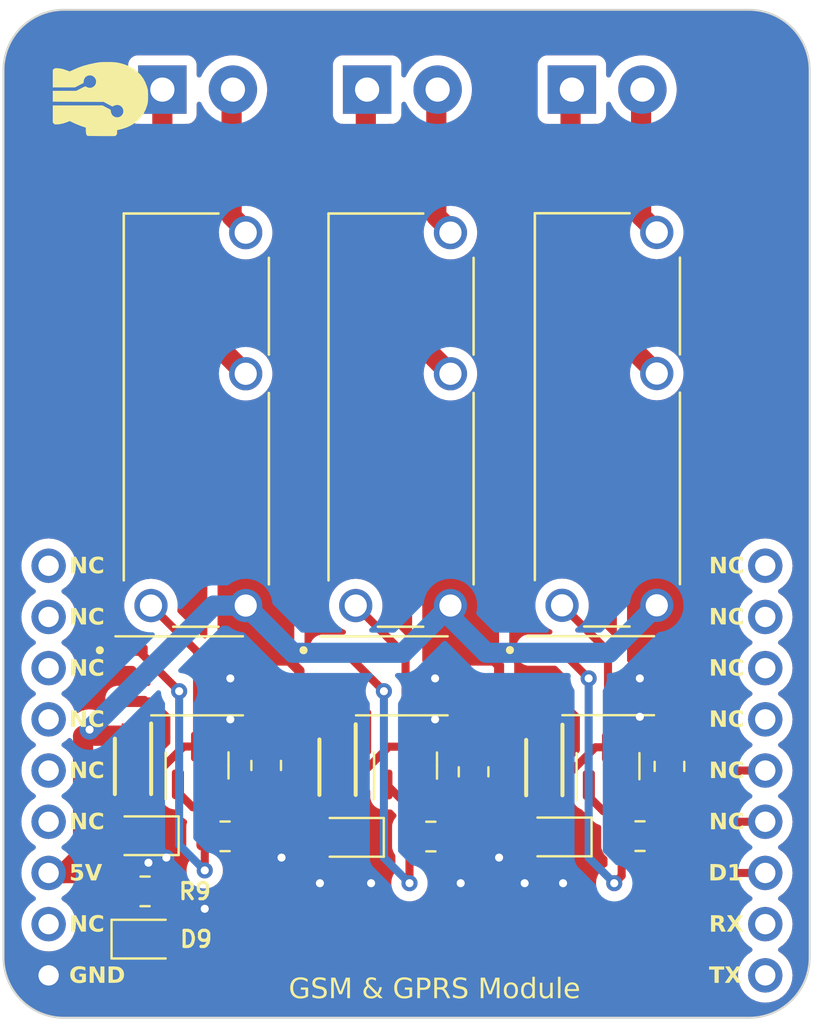
<source format=kicad_pcb>
(kicad_pcb (version 20221018) (generator pcbnew)
  (layers (0 "F.Cu" signal) (31 "B.Cu" signal) (34 "B.Paste" user) (35 "F.Paste" user) (36 "B.SilkS" user "B.Silkscreen") (37 "F.SilkS" user "F.Silkscreen") (38 "B.Mask" user) (39 "F.Mask" user) (44 "Edge.Cuts" user))
  (net 0 "")
  (net 1 "GND")
  (net 2 "Net-(D1-A)")
  (net 3 "Net-(D2-A)")
  (net 4 "Net-(D3-A)")
  (net 5 "+5V")
  (net 6 "Net-(D5-A)")
  (net 7 "Net-(D6-A)")
  (net 8 "Net-(D7-A)")
  (net 9 "Net-(D9-A)")
  (net 10 "Net-(J1-Pin_1)")
  (net 11 "Net-(J1-Pin_2)")
  (net 12 "Net-(J2-Pin_1)")
  (net 13 "Net-(J2-Pin_2)")
  (net 14 "Net-(J3-Pin_1)")
  (net 15 "Net-(J3-Pin_2)")
  (net 16 "Net-(Q1-B)")
  (net 17 "Net-(Q2-B)")
  (net 18 "Net-(Q3-B)")
  (net 19 "R1")
  (net 20 "Net-(R1-Pad2)")
  (net 21 "R2")
  (net 22 "Net-(R2-Pad2)")
  (net 23 "R3")
  (net 24 "Net-(R3-Pad2)")
  (net 25 "R4")
  (net 26 "Net-(R5-Pad1)")
  (net 27 "Net-(R6-Pad1)")
  (net 28 "Net-(R7-Pad1)")
  (footprint "Package_SO:SOIC-4_4.55x3.7mm_P2.54mm" (layer "F.Cu") (at 101.3 98.29)
    (fp_text reference "U3" hide)
    (fp_text value "TLP185" hide)
    (fp_line (start 0 -1.96) (end -4.05 -1.96) (stroke (width 0.12)) (layer "F.SilkS"))
    (fp_line (start 0 -1.96) (end 2.275 -1.96) (stroke (width 0.12)) (layer "F.SilkS"))
    (fp_line (start 0 1.96) (end -2.275 1.96) (stroke (width 0.12)) (layer "F.SilkS"))
    (fp_line (start 0 1.96) (end 2.275 1.96) (stroke (width 0.12)) (layer "F.SilkS"))
    (fp_circle (center -4.8768 -1.27) (end -4.7768 -1.27) (stroke (width 0.2)) (fill none) (layer "F.SilkS"))
    (pad "1" smd roundrect (at -3.25 -1.27) (size 1.6 0.55) (layers "F.Cu" "F.Paste" "F.Mask") (net 24 "Net-(R3-Pad2)"))
    (pad "3" smd roundrect (at -3.25 1.27) (size 1.6 0.55) (layers "F.Cu" "F.Paste" "F.Mask") (net 4 "Net-(D3-A)"))
    (pad "4" smd roundrect (at 3.25 1.27) (size 1.6 0.55) (layers "F.Cu" "F.Paste" "F.Mask") (net 28 "Net-(R7-Pad1)"))
    (pad "6" smd roundrect (at 3.25 -1.27) (size 1.6 0.55) (layers "F.Cu" "F.Paste" "F.Mask") (net 5 "+5V"))
  )
  (footprint "TerminalBlock_4Ucon:TerminalBlock_4Ucon_1x02_P3.50mm_Horizontal" (layer "F.Cu") (at 99.497 69.215)
    (fp_text reference "J3" hide)
    (fp_text value "Screw_Terminal_01x02" hide)
    (pad "1" thru_hole rect (at 0 0) (size 2.4 2.4) (drill 1.2) (layers "*.Cu" "*.Mask") (net 14 "Net-(J3-Pin_1)"))
    (pad "2" thru_hole circle (at 3.5 0) (size 2.4 2.4) (drill 1.2) (layers "*.Cu" "*.Mask") (net 15 "Net-(J3-Pin_2)"))
  )
  (footprint "Package_TO_SOT_SMD:SOT-23" (layer "F.Cu") (at 101.29 102.78 90)
    (fp_text reference "Q3" hide)
    (fp_text value "BC817" hide)
    (fp_line (start 0 -1.56) (end -1.675 -1.56) (stroke (width 0.12)) (layer "F.SilkS"))
    (fp_line (start 0 -1.56) (end 0.65 -1.56) (stroke (width 0.12)) (layer "F.SilkS"))
    (fp_line (start 0 1.56) (end -0.65 1.56) (stroke (width 0.12)) (layer "F.SilkS"))
    (fp_line (start 0 1.56) (end 0.65 1.56) (stroke (width 0.12)) (layer "F.SilkS"))
    (pad "1" smd roundrect (at -0.9375 -0.95 90) (size 1.475 0.6) (layers "F.Cu" "F.Paste" "F.Mask") (net 18 "Net-(Q3-B)"))
    (pad "2" smd roundrect (at -0.9375 0.95 90) (size 1.475 0.6) (layers "F.Cu" "F.Paste" "F.Mask") (net 1 "GND"))
    (pad "3" smd roundrect (at 0.9375 0 90) (size 1.475 0.6) (layers "F.Cu" "F.Paste" "F.Mask") (net 8 "Net-(D7-A)"))
  )
  (footprint "Package_TO_SOT_SMD:SOT-23" (layer "F.Cu") (at 80.899 102.743 90)
    (fp_text reference "Q1" hide)
    (fp_text value "BC817" hide)
    (fp_line (start 0 -1.56) (end -1.675 -1.56) (stroke (width 0.12)) (layer "F.SilkS"))
    (fp_line (start 0 -1.56) (end 0.65 -1.56) (stroke (width 0.12)) (layer "F.SilkS"))
    (fp_line (start 0 1.56) (end -0.65 1.56) (stroke (width 0.12)) (layer "F.SilkS"))
    (fp_line (start 0 1.56) (end 0.65 1.56) (stroke (width 0.12)) (layer "F.SilkS"))
    (pad "1" smd roundrect (at -0.9375 -0.95 90) (size 1.475 0.6) (layers "F.Cu" "F.Paste" "F.Mask") (net 16 "Net-(Q1-B)"))
    (pad "2" smd roundrect (at -0.9375 0.95 90) (size 1.475 0.6) (layers "F.Cu" "F.Paste" "F.Mask") (net 1 "GND"))
    (pad "3" smd roundrect (at 0.9375 0 90) (size 1.475 0.6) (layers "F.Cu" "F.Paste" "F.Mask") (net 7 "Net-(D6-A)"))
  )
  (footprint "air_module:air__module" (layer "F.Cu") (at 92.493246 109.317478)
    (fp_text reference "U4" hide)
    (fp_text value "~")
    (fp_text user "NC" (at -17.944246 1.807522 unlocked) (layer "F.SilkS") (effects (font (size 0.8 0.8) (thickness 0.2) bold) (justify left bottom)))
    (fp_text user "RX" (at 13.805754 1.807522 unlocked) (layer "F.SilkS") (effects (font (size 0.8 0.8) (thickness 0.2) bold) (justify left bottom)))
    (fp_text user "NC" (at -17.944246 -8.352478 unlocked) (layer "F.SilkS") (effects (font (size 0.8 0.8) (thickness 0.2) bold) (justify left bottom)))
    (fp_text user "NC" (at 13.805754 -10.892478 unlocked) (layer "F.SilkS") (effects (font (size 0.8 0.8) (thickness 0.2) bold) (justify left bottom)))
    (fp_text user "NC" (at -17.944246 -10.892478 unlocked) (layer "F.SilkS") (effects (font (size 0.8 0.8) (thickness 0.2) bold) (justify left bottom)))
    (fp_text user "NC" (at 13.805754 -5.812478 unlocked) (layer "F.SilkS") (effects (font (size 0.8 0.8) (thickness 0.2) bold) (justify left bottom)))
    (fp_text user "NC" (at 13.805754 -13.432478 unlocked) (layer "F.SilkS") (effects (font (size 0.8 0.8) (thickness 0.2) bold) (justify left bottom)))
    (fp_text user "NC" (at -17.944246 -15.972478 unlocked) (layer "F.SilkS") (effects (font (size 0.8 0.8) (thickness 0.2) bold) (justify left bottom)))
    (fp_text user "NC" (at -17.944246 -8.352478 unlocked) (layer "F.SilkS") (effects (font (size 0.8 0.8) (thickness 0.2) bold) (justify left bottom)))
    (fp_text user "NC" (at 13.805754 -3.272478 unlocked) (layer "F.SilkS") (effects (font (size 0.8 0.8) (thickness 0.2) bold) (justify left bottom)))
    (fp_text user "TX" (at 13.805754 4.347522 unlocked) (layer "F.SilkS") (effects (font (size 0.8 0.8) (thickness 0.2) bold) (justify left bottom)))
    (fp_text user "NC" (at 13.805754 -8.352478 unlocked) (layer "F.SilkS") (effects (font (size 0.8 0.8) (thickness 0.2) bold) (justify left bottom)))
    (fp_text user "NC" (at -17.944246 -10.892478 unlocked) (layer "F.SilkS") (effects (font (size 0.8 0.8) (thickness 0.2) bold) (justify left bottom)))
    (fp_text user "GSM & GPRS Module" (at -7.05088 5.14112 unlocked) (layer "F.SilkS") (effects (font (thickness 0.1)) (justify left bottom)))
    (fp_text user "GND" (at -17.944246 4.347522 unlocked) (layer "F.SilkS") (effects (font (size 0.8 0.8) (thickness 0.2) bold) (justify left bottom)))
    (fp_text user "NC" (at -17.944246 -13.432478 unlocked) (layer "F.SilkS") (effects (font (size 0.8 0.8) (thickness 0.2) bold) (justify left bottom)))
    (fp_text user "NC" (at 13.805754 -15.972478 unlocked) (layer "F.SilkS") (effects (font (size 0.8 0.8) (thickness 0.2) bold) (justify left bottom)))
    (fp_text user "5V" (at -17.944246 -0.732478 unlocked) (layer "F.SilkS") (effects (font (size 0.8 0.8) (thickness 0.2) bold) (justify left bottom)))
    (fp_text user "NC" (at -17.944246 -13.432478 unlocked) (layer "F.SilkS") (effects (font (size 0.8 0.8) (thickness 0.2) bold) (justify left bottom)))
    (fp_text user "NC" (at -17.944246 -3.272478 unlocked) (layer "F.SilkS") (effects (font (size 0.8 0.8) (thickness 0.2) bold) (justify left bottom)))
    (fp_text user "NC" (at -17.944246 -5.812478 unlocked) (layer "F.SilkS") (effects (font (size 0.8 0.8) (thickness 0.2) bold) (justify left bottom)))
    (fp_text user "D1" (at 13.77712 -0.732478 unlocked) (layer "F.SilkS") (effects (font (size 0.8 0.8) (thickness 0.2) bold) (justify left bottom)))
    (fp_poly (pts (xy -15.919828 -41.46772) (xy -15.794819 -41.463456) (xy -15.682882 -41.456691) (xy -15.591248 -41.447486) (xy -15.55217 -41.441414) (xy -15.363715 -41.40026) (xy -15.193777 -41.349244) (xy -15.029815 -41.284285) (xy -14.93985 -41.242222) (xy -14.736255 -41.126802) (xy -14.557567 -40.992108) (xy -14.403364 -40.837626) (xy -14.273224 -40.662842) (xy -14.166726 -40.467242) (xy -14.083446 -40.250311) (xy -14.059967 -40.170215) (xy -14.047205 -40.118031) (xy -14.038092 -40.065675) (xy -14.032052 -40.00629) (xy -14.02851 -39.933017) (xy -14.026891 -39.838999) (xy -14.026606 -39.772365) (xy -14.026917 -39.66725) (xy -14.028625 -39.586371) (xy -14.032419 -39.52238) (xy -14.038985 -39.46793) (xy -14.049012 -39.415673) (xy -14.063188 -39.35826) (xy -14.066533 -39.345691) (xy -14.13996 -39.130254) (xy -14.239609 -38.931683) (xy -14.364393 -38.750964) (xy -14.513224 -38.589081) (xy -14.685014 -38.447019) (xy -14.878677 -38.325764) (xy -15.093124 -38.2263) (xy -15.327268 -38.149612) (xy -15.409781 -38.129217) (xy -15.563793 -38.094092) (xy -15.563793 -37.99215) (xy -15.565333 -37.934076) (xy -15.572265 -37.89642) (xy -15.588053 -37.868067) (xy -15.609966 -37.844035) (xy -15.656139 -37.797862) (xy -16.332634 -37.798343) (xy -16.5278 -37.79889) (xy -16.691434 -37.800233) (xy -16.823582 -37.802373) (xy -16.924293 -37.805312) (xy -16.993617 -37.80905) (xy -17.0316 -37.813588) (xy -17.038252 -37.815752) (xy -17.073951 -37.853432) (xy -17.097787 -37.918527) (xy -17.10999 -38.011855) (xy -17.111828 -38.077734) (xy -17.111853 -38.216457) (xy -17.311569 -38.284053) (xy -17.407859 -38.31896) (xy -17.51794 -38.362507) (xy -17.62752 -38.408865) (xy -17.713366 -38.44792) (xy -17.915448 -38.544191) (xy -18.059304 -38.485948) (xy -18.24851 -38.421691) (xy -18.429903 -38.385784) (xy -18.54646 -38.377194) (xy -18.606814 -38.376504) (xy -18.645195 -38.379939) (xy -18.671195 -38.390392) (xy -18.694409 -38.410756) (xy -18.708369 -38.426003) (xy -18.754589 -38.47759) (xy -18.754589 -38.895935) (xy -18.754589 -39.31428) (xy -17.521172 -39.31428) (xy -16.287756 -39.31428) (xy -16.078047 -39.2036) (xy -15.997086 -39.160442) (xy -15.940312 -39.128639) (xy -15.903739 -39.105257) (xy -15.88338 -39.087362) (xy -15.875249 -39.072019) (xy -15.875357 -39.056292) (xy -15.875659 -39.054631) (xy -15.874006 -39.001506) (xy -15.855482 -38.936678) (xy -15.824646 -38.871653) (xy -15.786056 -38.817939) (xy -15.779008 -38.810716) (xy -15.730473 -38.774545) (xy -15.67089 -38.744115) (xy -15.649045 -38.736298) (xy -15.555291 -38.722405) (xy -15.467628 -38.73589) (xy -15.389755 -38.772664) (xy -15.325372 -38.828637) (xy -15.278178 -38.899722) (xy -15.251873 -38.981829) (xy -15.250157 -39.070869) (xy -15.27232 -39.152663) (xy -15.322953 -39.237022) (xy -15.392016 -39.298225) (xy -15.474835 -39.334666) (xy -15.56674 -39.344738) (xy -15.663057 -39.326836) (xy -15.715298 -39.304952) (xy -15.796176 -39.264032) (xy -16.01565 -39.379983) (xy -16.235124 -39.495935) (xy -17.494856 -39.500249) (xy -18.754589 -39.504564) (xy -18.754589 -39.772731) (xy -18.754589 -40.040897) (xy -18.170354 -40.040897) (xy -17.586119 -40.040897) (xy -17.357886 -40.159521) (xy -17.259874 -40.209039) (xy -17.187081 -40.24264) (xy -17.14004 -40.260096) (xy -17.11929 -40.261182) (xy -17.118779 -40.26055) (xy -17.098615 -40.243692) (xy -17.060659 -40.22197) (xy -17.042721 -40.213356) (xy -16.95159 -40.187226) (xy -16.862926 -40.189098) (xy -16.780896 -40.215427) (xy -16.709666 -40.262667) (xy -16.653403 -40.327276) (xy -16.616274 -40.405706) (xy -16.602446 -40.494415) (xy -16.613045 -40.57888) (xy -16.650335 -40.665545) (xy -16.709446 -40.734865) (xy -16.784678 -40.783942) (xy -16.870333 -40.809879) (xy -16.960711 -40.809777) (xy -17.029165 -40.790454) (xy -17.11401 -40.740316) (xy -17.174446 -40.67059) (xy -17.21109 -40.580397) (xy -17.221784 -40.517411) (xy -17.230273 -40.433166) (xy -17.442491 -40.32391) (xy -17.654709 -40.214653) (xy -18.204649 -40.214653) (xy -18.754589 -40.214653) (xy -18.754589 -40.642361) (xy -18.754589 -41.070069) (xy -18.708416 -41.116242) (xy -18.681687 -41.140345) (xy -18.65529 -41.154171) (xy -18.619398 -41.160508) (xy -18.564182 -41.16214) (xy -18.546507 -41.16214) (xy -18.39938 -41.1515) (xy -18.248074 -41.119203) (xy -18.085153 -41.063641) (xy -18.0775 -41.060597) (xy -18.014393 -41.036218) (xy -17.960982 -41.017183) (xy -17.924941 -41.00615) (xy -17.915398 -41.004454) (xy -17.893578 -41.011115) (xy -17.849685 -41.029305) (xy -17.789856 -41.056335) (xy -17.720229 -41.089518) (xy -17.712008 -41.093539) (xy -17.488244 -41.191317) (xy -17.237896 -41.278642) (xy -16.964541 -41.354474) (xy -16.67175 -41.417776) (xy -16.48786 -41.449368) (xy -16.405958 -41.458533) (xy -16.300973 -41.464889) (xy -16.180136 -41.468498) (xy -16.050677 -41.469421)) (fill solid) (layer "F.SilkS"))
    (fp_poly (pts (xy -15.919828 -41.46772) (xy -15.794819 -41.463456) (xy -15.682882 -41.456691) (xy -15.591248 -41.447486) (xy -15.55217 -41.441414) (xy -15.363715 -41.40026) (xy -15.193777 -41.349244) (xy -15.029815 -41.284285) (xy -14.93985 -41.242222) (xy -14.736255 -41.126802) (xy -14.557567 -40.992108) (xy -14.403364 -40.837626) (xy -14.273224 -40.662842) (xy -14.166726 -40.467242) (xy -14.083446 -40.250311) (xy -14.059967 -40.170215) (xy -14.047205 -40.118031) (xy -14.038092 -40.065675) (xy -14.032052 -40.00629) (xy -14.02851 -39.933017) (xy -14.026891 -39.838999) (xy -14.026606 -39.772365) (xy -14.026917 -39.66725) (xy -14.028625 -39.586371) (xy -14.032419 -39.52238) (xy -14.038985 -39.46793) (xy -14.049012 -39.415673) (xy -14.063188 -39.35826) (xy -14.066533 -39.345691) (xy -14.13996 -39.130254) (xy -14.239609 -38.931683) (xy -14.364393 -38.750964) (xy -14.513224 -38.589081) (xy -14.685014 -38.447019) (xy -14.878677 -38.325764) (xy -15.093124 -38.2263) (xy -15.327268 -38.149612) (xy -15.409781 -38.129217) (xy -15.563793 -38.094092) (xy -15.563793 -37.99215) (xy -15.565333 -37.934076) (xy -15.572265 -37.89642) (xy -15.588053 -37.868067) (xy -15.609966 -37.844035) (xy -15.656139 -37.797862) (xy -16.332634 -37.798343) (xy -16.5278 -37.79889) (xy -16.691434 -37.800233) (xy -16.823582 -37.802373) (xy -16.924293 -37.805312) (xy -16.993617 -37.80905) (xy -17.0316 -37.813588) (xy -17.038252 -37.815752) (xy -17.073951 -37.853432) (xy -17.097787 -37.918527) (xy -17.10999 -38.011855) (xy -17.111828 -38.077734) (xy -17.111853 -38.216457) (xy -17.311569 -38.284053) (xy -17.407859 -38.31896) (xy -17.51794 -38.362507) (xy -17.62752 -38.408865) (xy -17.713366 -38.44792) (xy -17.915448 -38.544191) (xy -18.059304 -38.485948) (xy -18.24851 -38.421691) (xy -18.429903 -38.385784) (xy -18.54646 -38.377194) (xy -18.606814 -38.376504) (xy -18.645195 -38.379939) (xy -18.671195 -38.390392) (xy -18.694409 -38.410756) (xy -18.708369 -38.426003) (xy -18.754589 -38.47759) (xy -18.754589 -38.895935) (xy -18.754589 -39.31428) (xy -17.521172 -39.31428) (xy -16.287756 -39.31428) (xy -16.078047 -39.2036) (xy -15.997086 -39.160442) (xy -15.940312 -39.128639) (xy -15.903739 -39.105257) (xy -15.88338 -39.087362) (xy -15.875249 -39.072019) (xy -15.875357 -39.056292) (xy -15.875659 -39.054631) (xy -15.874006 -39.001506) (xy -15.855482 -38.936678) (xy -15.824646 -38.871653) (xy -15.786056 -38.817939) (xy -15.779008 -38.810716) (xy -15.730473 -38.774545) (xy -15.67089 -38.744115) (xy -15.649045 -38.736298) (xy -15.555291 -38.722405) (xy -15.467628 -38.73589) (xy -15.389755 -38.772664) (xy -15.325372 -38.828637) (xy -15.278178 -38.899722) (xy -15.251873 -38.981829) (xy -15.250157 -39.070869) (xy -15.27232 -39.152663) (xy -15.322953 -39.237022) (xy -15.392016 -39.298225) (xy -15.474835 -39.334666) (xy -15.56674 -39.344738) (xy -15.663057 -39.326836) (xy -15.715298 -39.304952) (xy -15.796176 -39.264032) (xy -16.01565 -39.379983) (xy -16.235124 -39.495935) (xy -17.494856 -39.500249) (xy -18.754589 -39.504564) (xy -18.754589 -39.772731) (xy -18.754589 -40.040897) (xy -18.170354 -40.040897) (xy -17.586119 -40.040897) (xy -17.357886 -40.159521) (xy -17.259874 -40.209039) (xy -17.187081 -40.24264) (xy -17.14004 -40.260096) (xy -17.11929 -40.261182) (xy -17.118779 -40.26055) (xy -17.098615 -40.243692) (xy -17.060659 -40.22197) (xy -17.042721 -40.213356) (xy -16.95159 -40.187226) (xy -16.862926 -40.189098) (xy -16.780896 -40.215427) (xy -16.709666 -40.262667) (xy -16.653403 -40.327276) (xy -16.616274 -40.405706) (xy -16.602446 -40.494415) (xy -16.613045 -40.57888) (xy -16.650335 -40.665545) (xy -16.709446 -40.734865) (xy -16.784678 -40.783942) (xy -16.870333 -40.809879) (xy -16.960711 -40.809777) (xy -17.029165 -40.790454) (xy -17.11401 -40.740316) (xy -17.174446 -40.67059) (xy -17.21109 -40.580397) (xy -17.221784 -40.517411) (xy -17.230273 -40.433166) (xy -17.442491 -40.32391) (xy -17.654709 -40.214653) (xy -18.204649 -40.214653) (xy -18.754589 -40.214653) (xy -18.754589 -40.642361) (xy -18.754589 -41.070069) (xy -18.708416 -41.116242) (xy -18.681687 -41.140345) (xy -18.65529 -41.154171) (xy -18.619398 -41.160508) (xy -18.564182 -41.16214) (xy -18.546507 -41.16214) (xy -18.39938 -41.1515) (xy -18.248074 -41.119203) (xy -18.085153 -41.063641) (xy -18.0775 -41.060597) (xy -18.014393 -41.036218) (xy -17.960982 -41.017183) (xy -17.924941 -41.00615) (xy -17.915398 -41.004454) (xy -17.893578 -41.011115) (xy -17.849685 -41.029305) (xy -17.789856 -41.056335) (xy -17.720229 -41.089518) (xy -17.712008 -41.093539) (xy -17.488244 -41.191317) (xy -17.237896 -41.278642) (xy -16.964541 -41.354474) (xy -16.67175 -41.417776) (xy -16.48786 -41.449368) (xy -16.405958 -41.458533) (xy -16.300973 -41.464889) (xy -16.180136 -41.468498) (xy -16.050677 -41.469421)) (fill solid) (layer "F.SilkS"))
    (fp_line (start -21.19868 2.94132) (end -21.19868 -41.05868) (stroke (width 0.1)) (layer "Edge.Cuts"))
    (fp_line (start -18.19868 -44.05868) (end 15.80132 -44.05868) (stroke (width 0.1)) (layer "Edge.Cuts"))
    (fp_line (start 15.80132 5.94132) (end -18.19868 5.94132) (stroke (width 0.1)) (layer "Edge.Cuts"))
    (fp_line (start 18.80132 -41.05868) (end 18.80132 2.94132) (stroke (width 0.1)) (layer "Edge.Cuts"))
    (fp_arc (start -21.19868 -41.05868) (mid -20.32 -43.18) (end -18.19868 -44.05868) (stroke (width 0.1)) (layer "Edge.Cuts"))
    (fp_arc (start -18.19868 5.94132) (mid -20.32 5.06264) (end -21.19868 2.94132) (stroke (width 0.1)) (layer "Edge.Cuts"))
    (fp_arc (start 15.80132 -44.05868) (mid 17.922626 -43.179986) (end 18.80132 -41.05868) (stroke (width 0.1)) (layer "Edge.Cuts"))
    (fp_arc (start 18.80132 2.94132) (mid 17.92264 5.06264) (end 15.80132 5.94132) (stroke (width 0.1)) (layer "Edge.Cuts"))
    (pad "1" thru_hole oval (at -18.960246 -16.480478) (size 1.7 1.7) (drill 1) (layers "*.Cu" "*.Mask"))
    (pad "1" thru_hole oval (at -18.960246 -16.480478) (size 1.7 1.7) (drill 1) (layers "*.Cu" "*.Mask"))
    (pad "2" thru_hole oval (at -18.960246 -13.940478) (size 1.7 1.7) (drill 1) (layers "*.Cu" "*.Mask"))
    (pad "2" thru_hole oval (at -18.960246 -13.940478) (size 1.7 1.7) (drill 1) (layers "*.Cu" "*.Mask"))
    (pad "3" thru_hole oval (at -18.960246 -11.400478) (size 1.7 1.7) (drill 1) (layers "*.Cu" "*.Mask"))
    (pad "3" thru_hole oval (at -18.960246 -11.400478) (size 1.7 1.7) (drill 1) (layers "*.Cu" "*.Mask"))
    (pad "4" thru_hole oval (at -18.960246 -8.860478) (size 1.7 1.7) (drill 1) (layers "*.Cu" "*.Mask"))
    (pad "4" thru_hole oval (at -18.960246 -8.860478) (size 1.7 1.7) (drill 1) (layers "*.Cu" "*.Mask"))
    (pad "5" thru_hole oval (at -18.960246 -6.320478) (size 1.7 1.7) (drill 1) (layers "*.Cu" "*.Mask"))
    (pad "5" thru_hole oval (at -18.960246 -6.320478) (size 1.7 1.7) (drill 1) (layers "*.Cu" "*.Mask"))
    (pad "6" thru_hole oval (at -18.960246 -3.780478) (size 1.7 1.7) (drill 1) (layers "*.Cu" "*.Mask"))
    (pad "6" thru_hole oval (at -18.960246 -3.780478) (size 1.7 1.7) (drill 1) (layers "*.Cu" "*.Mask"))
    (pad "7" thru_hole oval (at -18.960246 -1.240478) (size 1.7 1.7) (drill 1) (layers "*.Cu" "*.Mask") (net 5 "+5V"))
    (pad "7" thru_hole oval (at -18.960246 -1.240478) (size 1.7 1.7) (drill 1) (layers "*.Cu" "*.Mask") (net 5 "+5V"))
    (pad "8" thru_hole oval (at -18.960246 1.299522) (size 1.7 1.7) (drill 1) (layers "*.Cu" "*.Mask"))
    (pad "8" thru_hole oval (at -18.960246 1.299522) (size 1.7 1.7) (drill 1) (layers "*.Cu" "*.Mask"))
    (pad "9" thru_hole oval (at -18.960246 3.839522) (size 1.7 1.7) (drill 1) (layers "*.Cu" "*.Mask") (net 1 "GND"))
    (pad "9" thru_hole oval (at -18.960246 3.839522) (size 1.7 1.7) (drill 1) (layers "*.Cu" "*.Mask") (net 1 "GND"))
    (pad "10" thru_hole oval (at 16.599754 3.839522) (size 1.7 1.7) (drill 1) (layers "*.Cu" "*.Mask"))
    (pad "10" thru_hole oval (at 16.599754 3.839522) (size 1.7 1.7) (drill 1) (layers "*.Cu" "*.Mask"))
    (pad "11" thru_hole oval (at 16.599754 1.299522) (size 1.7 1.7) (drill 1) (layers "*.Cu" "*.Mask"))
    (pad "11" thru_hole oval (at 16.599754 1.299522) (size 1.7 1.7) (drill 1) (layers "*.Cu" "*.Mask"))
    (pad "12" thru_hole oval (at 16.599754 -1.240478) (size 1.7 1.7) (drill 1) (layers "*.Cu" "*.Mask") (net 19 "R1"))
    (pad "12" thru_hole oval (at 16.599754 -1.240478) (size 1.7 1.7) (drill 1) (layers "*.Cu" "*.Mask") (net 19 "R1"))
    (pad "13" thru_hole oval (at 16.599754 -3.780478) (size 1.7 1.7) (drill 1) (layers "*.Cu" "*.Mask") (net 21 "R2"))
    (pad "13" thru_hole oval (at 16.599754 -3.780478) (size 1.7 1.7) (drill 1) (layers "*.Cu" "*.Mask") (net 21 "R2"))
    (pad "14" thru_hole oval (at 16.599754 -6.320478) (size 1.7 1.7) (drill 1) (layers "*.Cu" "*.Mask") (net 23 "R3"))
    (pad "14" thru_hole oval (at 16.599754 -6.320478) (size 1.7 1.7) (drill 1) (layers "*.Cu" "*.Mask") (net 23 "R3"))
    (pad "15" thru_hole oval (at 16.599754 -8.860478) (size 1.7 1.7) (drill 1) (layers "*.Cu" "*.Mask") (net 25 "R4"))
    (pad "15" thru_hole oval (at 16.599754 -8.860478) (size 1.7 1.7) (drill 1) (layers "*.Cu" "*.Mask") (net 25 "R4"))
    (pad "16" thru_hole oval (at 16.599754 -11.400478) (size 1.7 1.7) (drill 1) (layers "*.Cu" "*.Mask"))
    (pad "16" thru_hole oval (at 16.599754 -11.400478) (size 1.7 1.7) (drill 1) (layers "*.Cu" "*.Mask"))
    (pad "17" thru_hole oval (at 16.599754 -13.940478) (size 1.7 1.7) (drill 1) (layers "*.Cu" "*.Mask"))
    (pad "17" thru_hole oval (at 16.599754 -13.940478) (size 1.7 1.7) (drill 1) (layers "*.Cu" "*.Mask"))
    (pad "18" thru_hole oval (at 16.599754 -16.480478) (size 1.7 1.7) (drill 1) (layers "*.Cu" "*.Mask"))
    (pad "18" thru_hole oval (at 16.599754 -16.480478) (size 1.7 1.7) (drill 1) (layers "*.Cu" "*.Mask"))
  )
  (footprint "aldp105w:RELAY_ALDP105W" (layer "F.Cu") (at 101.26 85.6 90)
    (fp_text reference "K3" hide)
    (fp_text value "ALDP105W" hide)
    (fp_line (start -10.25 1.1) (end -10.25 -1.15) (stroke (width 0.127)) (layer "F.SilkS"))
    (fp_line (start -7.95 -3.6) (end 10.25 -3.6) (stroke (width 0.127)) (layer "F.SilkS"))
    (fp_line (start 1.35 3.6) (end -8.15 3.6) (stroke (width 0.127)) (layer "F.SilkS"))
    (fp_line (start 3.25 3.6) (end 8.05 3.6) (stroke (width 0.127)) (layer "F.SilkS"))
    (fp_line (start 10.25 -3.6) (end 10.25 1.1) (stroke (width 0.127)) (layer "F.SilkS"))
    (pad "1" thru_hole circle (at -9.2 2.45 90) (size 1.65 1.65) (drill 1.1) (layers "*.Cu" "*.Mask") (net 5 "+5V"))
    (pad "2" thru_hole circle (at -9.2 -2.25 90) (size 1.65 1.65) (drill 1.1) (layers "*.Cu" "*.Mask") (net 8 "Net-(D7-A)"))
    (pad "3" thru_hole circle (at 2.3 2.45 90) (size 1.65 1.65) (drill 1.1) (layers "*.Cu" "*.Mask") (net 14 "Net-(J3-Pin_1)"))
    (pad "4" thru_hole circle (at 9.3 2.45 90) (size 1.65 1.65) (drill 1.1) (layers "*.Cu" "*.Mask") (net 15 "Net-(J3-Pin_2)"))
  )
  (footprint "LED_SMD:LED_0805_2012Metric" (layer "F.Cu") (at 88.48 106.31 180)
    (fp_text reference "D2" hide)
    (fp_text value "LED" hide)
    (fp_line (start -1.685 -0.96) (end -1.685 0.96) (stroke (width 0.12)) (layer "F.SilkS"))
    (fp_line (start -1.685 0.96) (end 1 0.96) (stroke (width 0.12)) (layer "F.SilkS"))
    (fp_line (start 1 -0.96) (end -1.685 -0.96) (stroke (width 0.12)) (layer "F.SilkS"))
    (pad "1" smd roundrect (at -0.9375 0 180) (size 0.975 1.4) (layers "F.Cu" "F.Paste" "F.Mask") (net 1 "GND"))
    (pad "2" smd roundrect (at 0.9375 0 180) (size 0.975 1.4) (layers "F.Cu" "F.Paste" "F.Mask") (net 3 "Net-(D2-A)"))
  )
  (footprint "Package_SO:SOIC-4_4.55x3.7mm_P2.54mm" (layer "F.Cu") (at 91.059 98.298)
    (fp_text reference "U2" hide)
    (fp_text value "TLP185" hide)
    (fp_line (start 0 -1.96) (end -4.05 -1.96) (stroke (width 0.12)) (layer "F.SilkS"))
    (fp_line (start 0 -1.96) (end 2.275 -1.96) (stroke (width 0.12)) (layer "F.SilkS"))
    (fp_line (start 0 1.96) (end -2.275 1.96) (stroke (width 0.12)) (layer "F.SilkS"))
    (fp_line (start 0 1.96) (end 2.275 1.96) (stroke (width 0.12)) (layer "F.SilkS"))
    (fp_circle (center -4.8768 -1.27) (end -4.7768 -1.27) (stroke (width 0.2)) (fill none) (layer "F.SilkS"))
    (pad "1" smd roundrect (at -3.25 -1.27) (size 1.6 0.55) (layers "F.Cu" "F.Paste" "F.Mask") (net 22 "Net-(R2-Pad2)"))
    (pad "3" smd roundrect (at -3.25 1.27) (size 1.6 0.55) (layers "F.Cu" "F.Paste" "F.Mask") (net 3 "Net-(D2-A)"))
    (pad "4" smd roundrect (at 3.25 1.27) (size 1.6 0.55) (layers "F.Cu" "F.Paste" "F.Mask") (net 27 "Net-(R6-Pad1)"))
    (pad "6" smd roundrect (at 3.25 -1.27) (size 1.6 0.55) (layers "F.Cu" "F.Paste" "F.Mask") (net 5 "+5V"))
  )
  (footprint "TerminalBlock_4Ucon:TerminalBlock_4Ucon_1x02_P3.50mm_Horizontal" (layer "F.Cu") (at 89.337 69.215)
    (fp_text reference "J2" hide)
    (fp_text value "Screw_Terminal_01x02" hide)
    (pad "1" thru_hole rect (at 0 0) (size 2.4 2.4) (drill 1.2) (layers "*.Cu" "*.Mask") (net 12 "Net-(J2-Pin_1)"))
    (pad "2" thru_hole circle (at 3.5 0) (size 2.4 2.4) (drill 1.2) (layers "*.Cu" "*.Mask") (net 13 "Net-(J2-Pin_2)"))
  )
  (footprint "Resistor_SMD:R_0805_2012Metric" (layer "F.Cu") (at 94.62 103.06 -90)
    (fp_text reference "R6" hide)
    (fp_text value "1k" hide)
    (fp_line (start -0.227064 -0.735) (end 0.227064 -0.735) (stroke (width 0.12)) (layer "F.SilkS"))
    (fp_line (start -0.227064 0.735) (end 0.227064 0.735) (stroke (width 0.12)) (layer "F.SilkS"))
    (pad "1" smd roundrect (at -0.9125 0 270) (size 1.025 1.4) (layers "F.Cu" "F.Paste" "F.Mask") (roundrect_rratio 0.243902) (net 27 "Net-(R6-Pad1)"))
    (pad "2" smd roundrect (at 0.9125 0 270) (size 1.025 1.4) (layers "F.Cu" "F.Paste" "F.Mask") (roundrect_rratio 0.243902) (net 17 "Net-(Q2-B)"))
  )
  (footprint "LED_SMD:LED_0805_2012Metric" (layer "F.Cu") (at 78.3 106.23 180)
    (fp_text reference "D1" hide)
    (fp_text value "LED" hide)
    (fp_line (start -1.685 -0.96) (end -1.685 0.96) (stroke (width 0.12)) (layer "F.SilkS"))
    (fp_line (start -1.685 0.96) (end 1 0.96) (stroke (width 0.12)) (layer "F.SilkS"))
    (fp_line (start 1 -0.96) (end -1.685 -0.96) (stroke (width 0.12)) (layer "F.SilkS"))
    (pad "1" smd roundrect (at -0.9375 0 180) (size 0.975 1.4) (layers "F.Cu" "F.Paste" "F.Mask") (net 1 "GND"))
    (pad "2" smd roundrect (at 0.9375 0 180) (size 0.975 1.4) (layers "F.Cu" "F.Paste" "F.Mask") (net 2 "Net-(D1-A)"))
  )
  (footprint "Resistor_SMD:R_0805_2012Metric" (layer "F.Cu") (at 102.88 106.25 180)
    (fp_text reference "R3" hide)
    (fp_text value "220r" hide)
    (fp_line (start -0.227064 -0.735) (end 0.227064 -0.735) (stroke (width 0.12)) (layer "F.SilkS"))
    (fp_line (start -0.227064 0.735) (end 0.227064 0.735) (stroke (width 0.12)) (layer "F.SilkS"))
    (pad "1" smd roundrect (at -0.9125 0 180) (size 1.025 1.4) (layers "F.Cu" "F.Paste" "F.Mask") (roundrect_rratio 0.243902) (net 23 "R3"))
    (pad "2" smd roundrect (at 0.9125 0 180) (size 1.025 1.4) (layers "F.Cu" "F.Paste" "F.Mask") (roundrect_rratio 0.243902) (net 24 "Net-(R3-Pad2)"))
  )
  (footprint "aldp105w:RELAY_ALDP105W" (layer "F.Cu") (at 91.022 85.612 90)
    (fp_text reference "K2" hide)
    (fp_text value "ALDP105W" hide)
    (fp_line (start -10.25 1.1) (end -10.25 -1.15) (stroke (width 0.127)) (layer "F.SilkS"))
    (fp_line (start -7.95 -3.6) (end 10.25 -3.6) (stroke (width 0.127)) (layer "F.SilkS"))
    (fp_line (start 1.35 3.6) (end -8.15 3.6) (stroke (width 0.127)) (layer "F.SilkS"))
    (fp_line (start 3.25 3.6) (end 8.05 3.6) (stroke (width 0.127)) (layer "F.SilkS"))
    (fp_line (start 10.25 -3.6) (end 10.25 1.1) (stroke (width 0.127)) (layer "F.SilkS"))
    (pad "1" thru_hole circle (at -9.2 2.45 90) (size 1.65 1.65) (drill 1.1) (layers "*.Cu" "*.Mask") (net 5 "+5V"))
    (pad "2" thru_hole circle (at -9.2 -2.25 90) (size 1.65 1.65) (drill 1.1) (layers "*.Cu" "*.Mask") (net 6 "Net-(D5-A)"))
    (pad "3" thru_hole circle (at 2.3 2.45 90) (size 1.65 1.65) (drill 1.1) (layers "*.Cu" "*.Mask") (net 12 "Net-(J2-Pin_1)"))
    (pad "4" thru_hole circle (at 9.3 2.45 90) (size 1.65 1.65) (drill 1.1) (layers "*.Cu" "*.Mask") (net 13 "Net-(J2-Pin_2)"))
  )
  (footprint "Resistor_SMD:R_0805_2012Metric" (layer "F.Cu") (at 84.328 102.743 -90)
    (fp_text reference "R5" hide)
    (fp_text value "1k" hide)
    (fp_line (start -0.227064 -0.735) (end 0.227064 -0.735) (stroke (width 0.12)) (layer "F.SilkS"))
    (fp_line (start -0.227064 0.735) (end 0.227064 0.735) (stroke (width 0.12)) (layer "F.SilkS"))
    (pad "1" smd roundrect (at -0.9125 0 270) (size 1.025 1.4) (layers "F.Cu" "F.Paste" "F.Mask") (roundrect_rratio 0.243902) (net 26 "Net-(R5-Pad1)"))
    (pad "2" smd roundrect (at 0.9125 0 270) (size 1.025 1.4) (layers "F.Cu" "F.Paste" "F.Mask") (roundrect_rratio 0.243902) (net 16 "Net-(Q1-B)"))
  )
  (footprint "aldp105w:RELAY_ALDP105W" (layer "F.Cu") (at 80.862 85.612 90)
    (fp_text reference "K1" hide)
    (fp_text value "ALDP105W" hide)
    (fp_line (start -10.25 1.1) (end -10.25 -1.15) (stroke (width 0.127)) (layer "F.SilkS"))
    (fp_line (start -7.95 -3.6) (end 10.25 -3.6) (stroke (width 0.127)) (layer "F.SilkS"))
    (fp_line (start 1.35 3.6) (end -8.15 3.6) (stroke (width 0.127)) (layer "F.SilkS"))
    (fp_line (start 3.25 3.6) (end 8.05 3.6) (stroke (width 0.127)) (layer "F.SilkS"))
    (fp_line (start 10.25 -3.6) (end 10.25 1.1) (stroke (width 0.127)) (layer "F.SilkS"))
    (pad "1" thru_hole circle (at -9.2 2.45 90) (size 1.65 1.65) (drill 1.1) (layers "*.Cu" "*.Mask") (net 5 "+5V"))
    (pad "2" thru_hole circle (at -9.2 -2.25 90) (size 1.65 1.65) (drill 1.1) (layers "*.Cu" "*.Mask") (net 7 "Net-(D6-A)"))
    (pad "3" thru_hole circle (at 2.3 2.45 90) (size 1.65 1.65) (drill 1.1) (layers "*.Cu" "*.Mask") (net 10 "Net-(J1-Pin_1)"))
    (pad "4" thru_hole circle (at 9.3 2.45 90) (size 1.65 1.65) (drill 1.1) (layers "*.Cu" "*.Mask") (net 11 "Net-(J1-Pin_2)"))
  )
  (footprint "1n5819W:SODFL3618X110N" (layer "F.Cu") (at 98.13 102.85 -90)
    (fp_text reference "D7" hide)
    (fp_text value "1N5819W" hide)
    (fp_line (start -2.13 -0.9) (end 1.375 -0.9) (stroke (width 0.2)) (layer "F.SilkS"))
    (fp_line (start -1.375 0.9) (end 1.375 0.9) (stroke (width 0.2)) (layer "F.SilkS"))
    (pad "1" smd rect (at -1.525 0) (size 1.13 1.21) (layers "F.Cu" "F.Paste" "F.Mask") (net 5 "+5V"))
    (pad "2" smd rect (at 1.525 0) (size 1.13 1.21) (layers "F.Cu" "F.Paste" "F.Mask") (net 8 "Net-(D7-A)"))
  )
  (footprint "1n5819W:SODFL3618X110N" (layer "F.Cu") (at 87.87 102.83 -90)
    (fp_text reference "D5" hide)
    (fp_text value "1N5819W" hide)
    (fp_line (start -2.13 -0.9) (end 1.375 -0.9) (stroke (width 0.2)) (layer "F.SilkS"))
    (fp_line (start -1.375 0.9) (end 1.375 0.9) (stroke (width 0.2)) (layer "F.SilkS"))
    (pad "1" smd rect (at -1.525 0) (size 1.13 1.21) (layers "F.Cu" "F.Paste" "F.Mask") (net 5 "+5V"))
    (pad "2" smd rect (at 1.525 0) (size 1.13 1.21) (layers "F.Cu" "F.Paste" "F.Mask") (net 6 "Net-(D5-A)"))
  )
  (footprint "Package_SO:SOIC-4_4.55x3.7mm_P2.54mm" (layer "F.Cu") (at 80.899 98.298)
    (fp_text reference "U1" hide)
    (fp_text value "TLP185" hide)
    (fp_line (start 0 -1.96) (end -4.05 -1.96) (stroke (width 0.12)) (layer "F.SilkS"))
    (fp_line (start 0 -1.96) (end 2.275 -1.96) (stroke (width 0.12)) (layer "F.SilkS"))
    (fp_line (start 0 1.96) (end -2.275 1.96) (stroke (width 0.12)) (layer "F.SilkS"))
    (fp_line (start 0 1.96) (end 2.275 1.96) (stroke (width 0.12)) (layer "F.SilkS"))
    (fp_circle (center -4.826 -1.27) (end -4.726 -1.27) (stroke (width 0.2)) (fill none) (layer "F.SilkS"))
    (pad "1" smd roundrect (at -3.25 -1.27) (size 1.6 0.55) (layers "F.Cu" "F.Paste" "F.Mask") (net 20 "Net-(R1-Pad2)"))
    (pad "3" smd roundrect (at -3.25 1.27) (size 1.6 0.55) (layers "F.Cu" "F.Paste" "F.Mask") (net 2 "Net-(D1-A)"))
    (pad "4" smd roundrect (at 3.25 1.27) (size 1.6 0.55) (layers "F.Cu" "F.Paste" "F.Mask") (net 26 "Net-(R5-Pad1)"))
    (pad "6" smd roundrect (at 3.25 -1.27) (size 1.6 0.55) (layers "F.Cu" "F.Paste" "F.Mask") (net 5 "+5V"))
  )
  (footprint "Package_TO_SOT_SMD:SOT-23" (layer "F.Cu") (at 91.24363 102.75 90)
    (fp_text reference "Q2" hide)
    (fp_text value "BC817" hide)
    (fp_line (start 0 -1.56) (end -1.675 -1.56) (stroke (width 0.12)) (layer "F.SilkS"))
    (fp_line (start 0 -1.56) (end 0.65 -1.56) (stroke (width 0.12)) (layer "F.SilkS"))
    (fp_line (start 0 1.56) (end -0.65 1.56) (stroke (width 0.12)) (layer "F.SilkS"))
    (fp_line (start 0 1.56) (end 0.65 1.56) (stroke (width 0.12)) (layer "F.SilkS"))
    (pad "1" smd roundrect (at -0.9375 -0.95 90) (size 1.475 0.6) (layers "F.Cu" "F.Paste" "F.Mask") (net 17 "Net-(Q2-B)"))
    (pad "2" smd roundrect (at -0.9375 0.95 90) (size 1.475 0.6) (layers "F.Cu" "F.Paste" "F.Mask") (net 1 "GND"))
    (pad "3" smd roundrect (at 0.9375 0 90) (size 1.475 0.6) (layers "F.Cu" "F.Paste" "F.Mask") (net 6 "Net-(D5-A)"))
  )
  (footprint "1n5819W:SODFL3618X110N" (layer "F.Cu") (at 77.72 102.79 -90)
    (fp_text reference "D6" hide)
    (fp_text value "1N5819W" hide)
    (fp_line (start -2.13 -0.9) (end 1.375 -0.9) (stroke (width 0.2)) (layer "F.SilkS"))
    (fp_line (start -1.375 0.9) (end 1.375 0.9) (stroke (width 0.2)) (layer "F.SilkS"))
    (pad "1" smd rect (at -1.525 0) (size 1.13 1.21) (layers "F.Cu" "F.Paste" "F.Mask") (net 5 "+5V"))
    (pad "2" smd rect (at 1.525 0) (size 1.13 1.21) (layers "F.Cu" "F.Paste" "F.Mask") (net 7 "Net-(D6-A)"))
  )
  (footprint "LED_SMD:LED_0805_2012Metric" (layer "F.Cu") (at 98.79 106.29 180)
    (fp_text reference "D3" hide)
    (fp_text value "LED" hide)
    (fp_line (start -1.685 -0.96) (end -1.685 0.96) (stroke (width 0.12)) (layer "F.SilkS"))
    (fp_line (start -1.685 0.96) (end 1 0.96) (stroke (width 0.12)) (layer "F.SilkS"))
    (fp_line (start 1 -0.96) (end -1.685 -0.96) (stroke (width 0.12)) (layer "F.SilkS"))
    (pad "1" smd roundrect (at -0.9375 0 180) (size 0.975 1.4) (layers "F.Cu" "F.Paste" "F.Mask") (net 1 "GND"))
    (pad "2" smd roundrect (at 0.9375 0 180) (size 0.975 1.4) (layers "F.Cu" "F.Paste" "F.Mask") (net 4 "Net-(D3-A)"))
  )
  (footprint "Resistor_SMD:R_0805_2012Metric" (layer "F.Cu") (at 92.5 106.27 180)
    (fp_text reference "R2" hide)
    (fp_text value "220r" hide)
    (fp_line (start -0.227064 -0.735) (end 0.227064 -0.735) (stroke (width 0.12)) (layer "F.SilkS"))
    (fp_line (start -0.227064 0.735) (end 0.227064 0.735) (stroke (width 0.12)) (layer "F.SilkS"))
    (pad "1" smd roundrect (at -0.9125 0 180) (size 1.025 1.4) (layers "F.Cu" "F.Paste" "F.Mask") (roundrect_rratio 0.243902) (net 21 "R2"))
    (pad "2" smd roundrect (at 0.9125 0 180) (size 1.025 1.4) (layers "F.Cu" "F.Paste" "F.Mask") (roundrect_rratio 0.243902) (net 22 "Net-(R2-Pad2)"))
  )
  (footprint "Resistor_SMD:R_0805_2012Metric" (layer "F.Cu") (at 78.32 108.99)
    (fp_text reference "R9" (at 2.471325 0.002425) (layer "F.SilkS") (effects (font (size 0.8 0.8) (thickness 0.16) bold)))
    (fp_text value "R" hide)
    (fp_line (start -0.227064 -0.735) (end 0.227064 -0.735) (stroke (width 0.12)) (layer "F.SilkS"))
    (fp_line (start -0.227064 0.735) (end 0.227064 0.735) (stroke (width 0.12)) (layer "F.SilkS"))
    (pad "1" smd roundrect (at -0.9125 0) (size 1.025 1.4) (layers "F.Cu" "F.Paste" "F.Mask") (roundrect_rratio 0.243902) (net 5 "+5V"))
    (pad "2" smd roundrect (at 0.9125 0) (size 1.025 1.4) (layers "F.Cu" "F.Paste" "F.Mask") (roundrect_rratio 0.243902) (net 9 "Net-(D9-A)"))
  )
  (footprint "Resistor_SMD:R_0805_2012Metric" (layer "F.Cu") (at 82.29 106.26 180)
    (fp_text reference "R1" hide)
    (fp_text value "220r" hide)
    (fp_line (start -0.227064 -0.735) (end 0.227064 -0.735) (stroke (width 0.12)) (layer "F.SilkS"))
    (fp_line (start -0.227064 0.735) (end 0.227064 0.735) (stroke (width 0.12)) (layer "F.SilkS"))
    (pad "1" smd roundrect (at -0.9125 0 180) (size 1.025 1.4) (layers "F.Cu" "F.Paste" "F.Mask") (roundrect_rratio 0.243902) (net 19 "R1"))
    (pad "2" smd roundrect (at 0.9125 0 180) (size 1.025 1.4) (layers "F.Cu" "F.Paste" "F.Mask") (roundrect_rratio 0.243902) (net 20 "Net-(R1-Pad2)"))
  )
  (footprint "Resistor_SMD:R_0805_2012Metric" (layer "F.Cu") (at 104.34 102.79 -90)
    (fp_text reference "R7" hide)
    (fp_text value "1k" hide)
    (fp_line (start -0.227064 -0.735) (end 0.227064 -0.735) (stroke (width 0.12)) (layer "F.SilkS"))
    (fp_line (start -0.227064 0.735) (end 0.227064 0.735) (stroke (width 0.12)) (layer "F.SilkS"))
    (pad "1" smd roundrect (at -0.9125 0 270) (size 1.025 1.4) (layers "F.Cu" "F.Paste" "F.Mask") (roundrect_rratio 0.243902) (net 28 "Net-(R7-Pad1)"))
    (pad "2" smd roundrect (at 0.9125 0 270) (size 1.025 1.4) (layers "F.Cu" "F.Paste" "F.Mask") (roundrect_rratio 0.243902) (net 18 "Net-(Q3-B)"))
  )
  (footprint "TerminalBlock_4Ucon:TerminalBlock_4Ucon_1x02_P3.50mm_Horizontal" (layer "F.Cu") (at 79.177 69.215)
    (fp_text reference "J1" hide)
    (fp_text value "Screw_Terminal_01x02" hide)
    (pad "1" thru_hole rect (at 0 0) (size 2.4 2.4) (drill 1.2) (layers "*.Cu" "*.Mask") (net 10 "Net-(J1-Pin_1)"))
    (pad "2" thru_hole circle (at 3.5 0) (size 2.4 2.4) (drill 1.2) (layers "*.Cu" "*.Mask") (net 11 "Net-(J1-Pin_2)"))
  )
  (footprint "LED_SMD:LED_0805_2012Metric" (layer "F.Cu") (at 78.34 111.36)
    (fp_text reference "D9" (at 2.5072 0.001519) (layer "F.SilkS") (effects (font (size 0.8 0.8) (thickness 0.16) bold)))
    (fp_text value "LED" hide)
    (fp_line (start -1.685 -0.96) (end -1.685 0.96) (stroke (width 0.12)) (layer "F.SilkS"))
    (fp_line (start -1.685 0.96) (end 1 0.96) (stroke (width 0.12)) (layer "F.SilkS"))
    (fp_line (start 1 -0.96) (end -1.685 -0.96) (stroke (width 0.12)) (layer "F.SilkS"))
    (pad "1" smd roundrect (at -0.9375 0) (size 0.975 1.4) (layers "F.Cu" "F.Paste" "F.Mask") (net 1 "GND"))
    (pad "2" smd roundrect (at 0.9375 0) (size 0.975 1.4) (layers "F.Cu" "F.Paste" "F.Mask") (net 9 "Net-(D9-A)"))
  )
  (via (at 78.486 107.569) (size 0.8) (drill 0.4) (layers "F.Cu" "B.Cu") (net 1))
  (via (at 81.28 109.855) (size 0.8) (drill 0.4) (layers "F.Cu" "B.Cu") (net 1))
  (via (at 97.155 108.585) (size 0.8) (drill 0.4) (layers "F.Cu" "B.Cu") (net 1))
  (via (at 102.87 100.33) (size 0.8) (drill 0.4) (layers "F.Cu" "B.Cu") (net 1))
  (via (at 85.09 107.315) (size 0.8) (drill 0.4) (layers "F.Cu" "B.Cu") (net 1))
  (via (at 82.55 100.457) (size 0.8) (drill 0.4) (layers "F.Cu" "B.Cu") (net 1))
  (via (at 93.98 108.585) (size 0.8) (drill 0.4) (layers "F.Cu" "B.Cu") (net 1))
  (via (at 99.06 108.585) (size 0.8) (drill 0.4) (layers "F.Cu" "B.Cu") (net 1))
  (via (at 79.375 107.315) (size 0.8) (drill 0.4) (layers "F.Cu" "B.Cu") (net 1))
  (via (at 86.995 108.585) (size 0.8) (drill 0.4) (layers "F.Cu" "B.Cu") (net 1))
  (via (at 95.885 107.315) (size 0.8) (drill 0.4) (layers "F.Cu" "B.Cu") (net 1))
  (via (at 92.71 98.425) (size 0.8) (drill 0.4) (layers "F.Cu" "B.Cu") (net 1))
  (via (at 92.71 100.457) (size 0.8) (drill 0.4) (layers "F.Cu" "B.Cu") (net 1))
  (via (at 102.87 98.425) (size 0.8) (drill 0.4) (layers "F.Cu" "B.Cu") (net 1))
  (via (at 89.535 108.585) (size 0.8) (drill 0.4) (layers "F.Cu" "B.Cu") (net 1))
  (via (at 82.55 98.425) (size 0.8) (drill 0.4) (layers "F.Cu" "B.Cu") (net 1))
  (segment (start 76.2 105.41) (end 76.2 103.865) (width 0.4) (layer "F.Cu") (net 2))
  (segment (start 77.207966 102.857034) (end 78.097966 102.857034) (width 0.4) (layer "F.Cu") (net 2))
  (segment (start 79.375 101.58) (end 79.375 100.33) (width 0.4) (layer "F.Cu") (net 2))
  (segment (start 79.375 100.33) (end 78.613 99.568) (width 0.4) (layer "F.Cu") (net 2))
  (segment (start 78.097966 102.857034) (end 79.375 101.58) (width 0.4) (layer "F.Cu") (net 2))
  (segment (start 78.613 99.568) (end 77.649 99.568) (width 0.4) (layer "F.Cu") (net 2))
  (segment (start 77.3625 106.23) (end 77.02 106.23) (width 0.4) (layer "F.Cu") (net 2))
  (segment (start 77.02 106.23) (end 76.2 105.41) (width 0.4) (layer "F.Cu") (net 2))
  (segment (start 76.2 103.865) (end 77.207966 102.857034) (width 0.4) (layer "F.Cu") (net 2))
  (segment (start 86.36 103.895) (end 86.36 105.90375) (width 0.4) (layer "F.Cu") (net 3))
  (segment (start 87.809 99.568) (end 88.773 99.568) (width 0.4) (layer "F.Cu") (net 3))
  (segment (start 86.36 105.90375) (end 86.76625 106.31) (width 0.4) (layer "F.Cu") (net 3))
  (segment (start 89.338236 100.133236) (end 89.338236 102.038236) (width 0.4) (layer "F.Cu") (net 3))
  (segment (start 87.217003 103.037997) (end 86.36 103.895) (width 0.4) (layer "F.Cu") (net 3))
  (segment (start 89.338236 102.038236) (end 88.338475 103.037997) (width 0.4) (layer "F.Cu") (net 3))
  (segment (start 88.773 99.568) (end 89.338236 100.133236) (width 0.4) (layer "F.Cu") (net 3))
  (segment (start 88.338475 103.037997) (end 87.217003 103.037997) (width 0.4) (layer "F.Cu") (net 3))
  (segment (start 86.76625 106.31) (end 87.5425 106.31) (width 0.4) (layer "F.Cu") (net 3))
  (segment (start 97.254122 106.29) (end 97.8525 106.29) (width 0.4) (layer "F.Cu") (net 4))
  (segment (start 96.52 103.677543) (end 96.52 105.555878) (width 0.4) (layer "F.Cu") (net 4))
  (segment (start 99.695 101.961472) (end 98.786472 102.87) (width 0.4) (layer "F.Cu") (net 4))
  (segment (start 99.695 100.33) (end 99.695 101.961472) (width 0.4) (layer "F.Cu") (net 4))
  (segment (start 98.786472 102.87) (end 97.327543 102.87) (width 0.4) (layer "F.Cu") (net 4))
  (segment (start 98.925 99.56) (end 99.695 100.33) (width 0.4) (layer "F.Cu") (net 4))
  (segment (start 98.05 99.56) (end 98.925 99.56) (width 0.4) (layer "F.Cu") (net 4))
  (segment (start 96.52 105.555878) (end 97.254122 106.29) (width 0.4) (layer "F.Cu") (net 4))
  (segment (start 97.327543 102.87) (end 96.52 103.677543) (width 0.4) (layer "F.Cu") (net 4))
  (segment (start 74.307439 108.087835) (end 75.2423 107.152974) (width 1) (layer "F.Cu") (net 5))
  (segment (start 75.2423 101.2877) (end 75.265 101.265) (width 1) (layer "F.Cu") (net 5))
  (segment (start 85.97927 98.04427) (end 85.97927 100.58427) (width 0.5) (layer "F.Cu") (net 5))
  (segment (start 76.505335 108.087835) (end 77.4075 108.99) (width 1) (layer "F.Cu") (net 5))
  (segment (start 94.309 97.028) (end 95.123 97.028) (width 0.5) (layer "F.Cu") (net 5))
  (segment (start 75.265 101.265) (end 77.72 101.265) (width 1) (layer "F.Cu") (net 5))
  (segment (start 77.72 101.265) (end 75.865 101.265) (width 1) (layer "F.Cu") (net 5))
  (segment (start 85.97927 100.58427) (end 86.7 101.305) (width 0.5) (layer "F.Cu") (net 5))
  (segment (start 75.2423 107.152974) (end 75.2423 101.2877) (width 1) (layer "F.Cu") (net 5))
  (segment (start 96.88 101.325) (end 98.13 101.325) (width 0.5) (layer "F.Cu") (net 5))
  (segment (start 86.7 101.305) (end 87.87 101.305) (width 0.5) (layer "F.Cu") (net 5))
  (segment (start 84.963 97.028) (end 85.97927 98.04427) (width 0.5) (layer "F.Cu") (net 5))
  (segment (start 84.149 97.028) (end 84.963 97.028) (width 0.5) (layer "F.Cu") (net 5))
  (segment (start 73.492264 108.087835) (end 74.307439 108.087835) (width 1) (layer "F.Cu") (net 5))
  (segment (start 95.123 97.028) (end 95.885 97.79) (width 0.5) (layer "F.Cu") (net 5))
  (segment (start 95.885 97.79) (end 95.885 100.33) (width 0.5) (layer "F.Cu") (net 5))
  (segment (start 95.885 100.33) (end 96.88 101.325) (width 0.5) (layer "F.Cu") (net 5))
  (segment (start 73.492264 108.087835) (end 76.505335 108.087835) (width 1) (layer "F.Cu") (net 5))
  (segment (start 75.865 101.265) (end 75.565 100.965) (width 1) (layer "F.Cu") (net 5))
  (via (at 75.565 100.965) (size 0.8) (drill 0.4) (layers "F.Cu" "B.Cu") (net 5))
  (segment (start 85.655 97.155) (end 91.129 97.155) (width 1) (layer "B.Cu") (net 5))
  (segment (start 101.355 97.155) (end 103.71 94.8) (width 1) (layer "B.Cu") (net 5))
  (segment (start 75.565 100.965) (end 81.718 94.812) (width 1) (layer "B.Cu") (net 5))
  (segment (start 93.472 94.812) (end 93.472 95.377) (width 1) (layer "B.Cu") (net 5))
  (segment (start 95.25 97.155) (end 101.355 97.155) (width 1) (layer "B.Cu") (net 5))
  (segment (start 93.472 95.377) (end 95.25 97.155) (width 1) (layer "B.Cu") (net 5))
  (segment (start 83.312 94.812) (end 85.655 97.155) (width 1) (layer "B.Cu") (net 5))
  (segment (start 91.129 97.155) (end 93.472 94.812) (width 1) (layer "B.Cu") (net 5))
  (segment (start 81.718 94.812) (end 83.312 94.812) (width 1) (layer "B.Cu") (net 5))
  (segment (start 90.4125 101.8125) (end 91.24363 101.8125) (width 0.4) (layer "F.Cu") (net 6))
  (segment (start 88.772 94.812) (end 91.24363 97.28363) (width 0.4) (layer "F.Cu") (net 6))
  (segment (start 87.87 104.355) (end 90.4125 101.8125) (width 0.4) (layer "F.Cu") (net 6))
  (segment (start 91.24363 97.28363) (end 91.24363 101.8125) (width 0.4) (layer "F.Cu") (net 6))
  (segment (start 77.72 104.315) (end 80.2295 101.8055) (width 0.4) (layer "F.Cu") (net 7))
  (segment (start 80.899 97.099) (end 80.899 101.8055) (width 0.4) (layer "F.Cu") (net 7))
  (segment (start 80.2295 101.8055) (end 80.899 101.8055) (width 0.4) (layer "F.Cu") (net 7))
  (segment (start 78.612 94.812) (end 80.899 97.099) (width 0.4) (layer "F.Cu") (net 7))
  (segment (start 101.29 97.08) (end 101.29 101.8425) (width 0.4) (layer "F.Cu") (net 8))
  (segment (start 98.13 104.375) (end 100.6625 101.8425) (width 0.4) (layer "F.Cu") (net 8))
  (segment (start 100.6625 101.8425) (end 101.29 101.8425) (width 0.4) (layer "F.Cu") (net 8))
  (segment (start 99.01 94.8) (end 101.29 97.08) (width 0.4) (layer "F.Cu") (net 8))
  (segment (start 79.2325 111.315) (end 79.2775 111.36) (width 0.4) (layer "F.Cu") (net 9))
  (segment (start 79.2325 108.99) (end 79.2325 111.315) (width 0.4) (layer "F.Cu") (net 9))
  (segment (start 79.177 79.177) (end 83.312 83.312) (width 1) (layer "F.Cu") (net 10))
  (segment (start 79.177 69.215) (end 79.177 79.177) (width 1) (layer "F.Cu") (net 10))
  (segment (start 82.612 69.28) (end 82.677 69.215) (width 1) (layer "F.Cu") (net 11))
  (segment (start 83.312 76.203) (end 82.612 75.503) (width 1) (layer "F.Cu") (net 11))
  (segment (start 82.612 75.335) (end 82.612 69.28) (width 1) (layer "F.Cu") (net 11))
  (segment (start 83.312 76.312) (end 83.312 76.203) (width 1) (layer "F.Cu") (net 11))
  (segment (start 89.272 69.28) (end 89.272 78.944) (width 1) (layer "F.Cu") (net 12))
  (segment (start 89.272 79.112) (end 93.472 83.312) (width 1) (layer "F.Cu") (net 12))
  (segment (start 89.337 69.215) (end 89.272 69.28) (width 1) (layer "F.Cu") (net 12))
  (segment (start 93.472 76.312) (end 93.472 76.203) (width 1) (layer "F.Cu") (net 13))
  (segment (start 92.772 75.335) (end 92.772 69.28) (width 1) (layer "F.Cu") (net 13))
  (segment (start 93.472 76.203) (end 92.772 75.503) (width 1) (layer "F.Cu") (net 13))
  (segment (start 92.772 69.28) (end 92.837 69.215) (width 1) (layer "F.Cu") (net 13))
  (segment (start 99.432 79.022) (end 103.71 83.3) (width 1) (layer "F.Cu") (net 14))
  (segment (start 99.432 69.28) (end 99.432 78.854) (width 1) (layer "F.Cu") (net 14))
  (segment (start 99.497 69.215) (end 99.432 69.28) (width 1) (layer "F.Cu") (net 14))
  (segment (start 102.932 75.335) (end 102.932 69.28) (width 1) (layer "F.Cu") (net 15))
  (segment (start 103.71 76.278) (end 102.935 75.503) (width 1) (layer "F.Cu") (net 15))
  (segment (start 102.935 75.503) (end 102.932 75.503) (width 1) (layer "F.Cu") (net 15))
  (segment (start 102.932 69.28) (end 102.997 69.215) (width 1) (layer "F.Cu") (net 15))
  (segment (start 103.71 76.3) (end 103.71 76.278) (width 1) (layer "F.Cu") (net 15))
  (segment (start 83.78875 104.818) (end 84.328 104.27875) (width 0.4) (layer "F.Cu") (net 16))
  (segment (start 84.328 104.27875) (end 84.328 103.6555) (width 0.4) (layer "F.Cu") (net 16))
  (segment (start 79.949 103.6805) (end 79.949 104.079) (width 0.4) (layer "F.Cu") (net 16))
  (segment (start 80.688 104.818) (end 83.78875 104.818) (width 0.4) (layer "F.Cu") (net 16))
  (segment (start 79.949 104.079) (end 80.688 104.818) (width 0.4) (layer "F.Cu") (net 16))
  (segment (start 93.7675 104.825) (end 94.62 103.9725) (width 0.4) (layer "F.Cu") (net 17))
  (segment (start 90.29363 103.6875) (end 91.43113 104.825) (width 0.4) (layer "F.Cu") (net 17))
  (segment (start 91.43113 104.825) (end 93.7675 104.825) (width 0.4) (layer "F.Cu") (net 17))
  (segment (start 100.34 104.292027) (end 100.34 103.7175) (width 0.4) (layer "F.Cu") (net 18))
  (segment (start 101.05971 105.011737) (end 100.34 104.292027) (width 0.4) (layer "F.Cu") (net 18))
  (segment (start 103.903263 105.011737) (end 101.05971 105.011737) (width 0.4) (layer "F.Cu") (net 18))
  (segment (start 104.34 103.7025) (end 104.34 104.575) (width 0.4) (layer "F.Cu") (net 18))
  (segment (start 104.34 104.575) (end 103.903263 105.011737) (width 0.4) (layer "F.Cu") (net 18))
  (segment (start 104.14 110.49) (end 106.553 108.077) (width 0.4) (layer "F.Cu") (net 19))
  (segment (start 86.0425 110.49) (end 104.14 110.49) (width 0.4) (layer "F.Cu") (net 19))
  (segment (start 106.553 108.077) (end 109.093 108.077) (width 0.4) (layer "F.Cu") (net 19))
  (segment (start 83.2025 106.26) (end 83.2025 107.65) (width 0.4) (layer "F.Cu") (net 19))
  (segment (start 83.2025 107.65) (end 86.0425 110.49) (width 0.4) (layer "F.Cu") (net 19))
  (segment (start 77.649 97.028) (end 77.978 97.028) (width 0.4) (layer "F.Cu") (net 20))
  (segment (start 81.28 107.95) (end 81.28 106.3575) (width 0.4) (layer "F.Cu") (net 20))
  (segment (start 77.978 97.028) (end 80.01 99.06) (width 0.4) (layer "F.Cu") (net 20))
  (segment (start 81.28 106.3575) (end 81.3775 106.26) (width 0.4) (layer "F.Cu") (net 20))
  (via (at 80.01 99.06) (size 0.8) (drill 0.4) (layers "F.Cu" "B.Cu") (net 20))
  (via (at 81.28 107.95) (size 0.8) (drill 0.4) (layers "F.Cu" "B.Cu") (net 20))
  (segment (start 80.01 106.68) (end 81.28 107.95) (width 0.4) (layer "B.Cu") (net 20))
  (segment (start 80.01 99.06) (end 80.01 106.68) (width 0.4) (layer "B.Cu") (net 20))
  (segment (start 107.823 105.537) (end 109.093 105.537) (width 0.4) (layer "F.Cu") (net 21))
  (segment (start 96.890736 109.748236) (end 103.611764 109.748236) (width 0.4) (layer "F.Cu") (net 21))
  (segment (start 93.4125 106.27) (end 96.890736 109.748236) (width 0.4) (layer "F.Cu") (net 21))
  (segment (start 103.611764 109.748236) (end 107.823 105.537) (width 0.4) (layer "F.Cu") (net 21))
  (segment (start 91.44 106.4175) (end 91.5875 106.27) (width 0.4) (layer "F.Cu") (net 22))
  (segment (start 88.138 97.028) (end 90.17 99.06) (width 0.4) (layer "F.Cu") (net 22))
  (segment (start 91.44 108.585) (end 91.44 106.4175) (width 0.4) (layer "F.Cu") (net 22))
  (segment (start 87.809 97.028) (end 88.138 97.028) (width 0.4) (layer "F.Cu") (net 22))
  (via (at 90.17 99.06) (size 0.8) (drill 0.4) (layers "F.Cu" "B.Cu") (net 22))
  (via (at 91.44 108.585) (size 0.8) (drill 0.4) (layers "F.Cu" "B.Cu") (net 22))
  (segment (start 90.17 99.06) (end 90.17 107.315) (width 0.4) (layer "B.Cu") (net 22))
  (segment (start 90.17 107.315) (end 91.44 108.585) (width 0.4) (layer "B.Cu") (net 22))
  (segment (start 107.823 102.997) (end 109.093 102.997) (width 0.4) (layer "F.Cu") (net 23))
  (segment (start 103.7925 106.25) (end 104.57 106.25) (width 0.4) (layer "F.Cu") (net 23))
  (segment (start 104.57 106.25) (end 107.823 102.997) (width 0.4) (layer "F.Cu") (net 23))
  (segment (start 98.925 97.02) (end 100.33 98.425) (width 0.4) (layer "F.Cu") (net 24))
  (segment (start 101.9675 108.2175) (end 101.6 108.585) (width 0.4) (layer "F.Cu") (net 24))
  (segment (start 98.05 97.02) (end 98.925 97.02) (width 0.4) (layer "F.Cu") (net 24))
  (segment (start 101.9675 106.25) (end 101.9675 108.2175) (width 0.4) (layer "F.Cu") (net 24))
  (via (at 101.6 108.585) (size 0.8) (drill 0.4) (layers "F.Cu" "B.Cu") (net 24))
  (via (at 100.33 98.425) (size 0.8) (drill 0.4) (layers "F.Cu" "B.Cu") (net 24))
  (segment (start 100.33 107.315) (end 101.6 108.585) (width 0.4) (layer "B.Cu") (net 24))
  (segment (start 100.33 98.425) (end 100.33 107.315) (width 0.4) (layer "B.Cu") (net 24))
  (segment (start 84.149 99.568) (end 84.149 101.6515) (width 0.4) (layer "F.Cu") (net 26))
  (segment (start 84.149 101.6515) (end 84.328 101.8305) (width 0.4) (layer "F.Cu") (net 26))
  (segment (start 94.62 102.1475) (end 94.62 99.879) (width 0.4) (layer "F.Cu") (net 27))
  (segment (start 94.62 99.879) (end 94.309 99.568) (width 0.4) (layer "F.Cu") (net 27))
  (segment (start 104.55 99.56) (end 104.55 101.6675) (width 0.4) (layer "F.Cu") (net 28))
  (segment (start 104.55 101.6675) (end 104.34 101.8775) (width 0.4) (layer "F.Cu") (net 28))
  (zone (net 5) (net_name "+5V") (layer "F.Cu") (priority 4) (connect_pads yes (clearance 0.5)) (min_thickness 0.25) (fill yes (thermal_gap 0.5) (thermal_bridge_width 0.5))
    (polygon (pts (xy 92.075 93.345) (xy 92.075 97.79) (xy 95.885 97.79) (xy 95.885 95.25) (xy 93.98 93.345)))
  )
  (zone (net 5) (net_name "+5V") (layer "F.Cu") (priority 4) (connect_pads yes (clearance 0.5)) (min_thickness 0.25) (fill yes (thermal_gap 0.5) (thermal_bridge_width 0.5))
    (polygon (pts (xy 81.915 93.345) (xy 81.915 97.79) (xy 85.725 97.79) (xy 85.725 95.25) (xy 83.82 93.345)))
  )
  (zone (net 5) (net_name "+5V") (layer "F.Cu") (priority 4) (connect_pads yes (clearance 0.5)) (min_thickness 0.25) (fill yes (thermal_gap 0.5) (thermal_bridge_width 0.5))
    (polygon (pts (xy 102.235 93.345) (xy 102.235 97.79) (xy 106.045 97.79) (xy 106.045 95.25) (xy 104.14 93.345)))
  )
  (zone (net 1) (net_name "GND") (layers "F&B.Cu") (priority 1) (connect_pads yes (clearance 0.5)) (min_thickness 0.25) (fill yes (thermal_gap 0.5) (thermal_bridge_width 0.5))
    (polygon (pts (xy 71.12 64.77) (xy 111.76 64.77) (xy 111.76 115.57) (xy 71.12 115.57)))
  )
)
</source>
